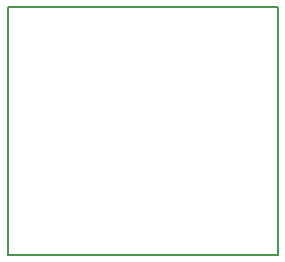
<source format=gko>
G04 #@! TF.FileFunction,Profile,NP*
%FSLAX46Y46*%
G04 Gerber Fmt 4.6, Leading zero omitted, Abs format (unit mm)*
G04 Created by KiCad (PCBNEW 4.0.7-e2-6376~58~ubuntu16.04.1) date Sat Jan 13 09:50:08 2018*
%MOMM*%
%LPD*%
G01*
G04 APERTURE LIST*
%ADD10C,0.100000*%
%ADD11C,0.150000*%
G04 APERTURE END LIST*
D10*
D11*
X141605000Y-100330000D02*
X141605000Y-121285000D01*
X164465000Y-100330000D02*
X141605000Y-100330000D01*
X164465000Y-121285000D02*
X164465000Y-100330000D01*
X141605000Y-121285000D02*
X164465000Y-121285000D01*
M02*

</source>
